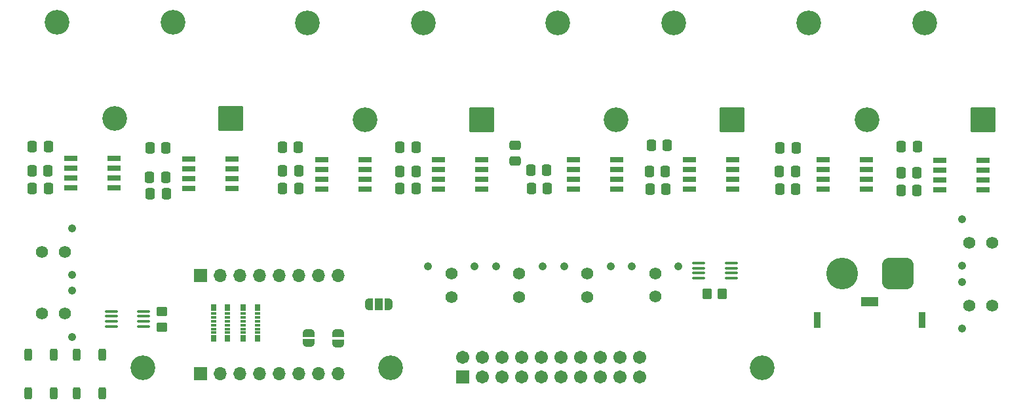
<source format=gbr>
%TF.GenerationSoftware,KiCad,Pcbnew,8.0.3*%
%TF.CreationDate,2025-06-03T03:43:46-07:00*%
%TF.ProjectId,Power_Distribution,506f7765-725f-4446-9973-747269627574,rev?*%
%TF.SameCoordinates,Original*%
%TF.FileFunction,Soldermask,Top*%
%TF.FilePolarity,Negative*%
%FSLAX46Y46*%
G04 Gerber Fmt 4.6, Leading zero omitted, Abs format (unit mm)*
G04 Created by KiCad (PCBNEW 8.0.3) date 2025-06-03 03:43:46*
%MOMM*%
%LPD*%
G01*
G04 APERTURE LIST*
G04 Aperture macros list*
%AMRoundRect*
0 Rectangle with rounded corners*
0 $1 Rounding radius*
0 $2 $3 $4 $5 $6 $7 $8 $9 X,Y pos of 4 corners*
0 Add a 4 corners polygon primitive as box body*
4,1,4,$2,$3,$4,$5,$6,$7,$8,$9,$2,$3,0*
0 Add four circle primitives for the rounded corners*
1,1,$1+$1,$2,$3*
1,1,$1+$1,$4,$5*
1,1,$1+$1,$6,$7*
1,1,$1+$1,$8,$9*
0 Add four rect primitives between the rounded corners*
20,1,$1+$1,$2,$3,$4,$5,0*
20,1,$1+$1,$4,$5,$6,$7,0*
20,1,$1+$1,$6,$7,$8,$9,0*
20,1,$1+$1,$8,$9,$2,$3,0*%
%AMFreePoly0*
4,1,19,0.500000,-0.750000,0.000000,-0.750000,0.000000,-0.744911,-0.071157,-0.744911,-0.207708,-0.704816,-0.327430,-0.627875,-0.420627,-0.520320,-0.479746,-0.390866,-0.500000,-0.250000,-0.500000,0.250000,-0.479746,0.390866,-0.420627,0.520320,-0.327430,0.627875,-0.207708,0.704816,-0.071157,0.744911,0.000000,0.744911,0.000000,0.750000,0.500000,0.750000,0.500000,-0.750000,0.500000,-0.750000,
$1*%
%AMFreePoly1*
4,1,19,0.000000,0.744911,0.071157,0.744911,0.207708,0.704816,0.327430,0.627875,0.420627,0.520320,0.479746,0.390866,0.500000,0.250000,0.500000,-0.250000,0.479746,-0.390866,0.420627,-0.520320,0.327430,-0.627875,0.207708,-0.704816,0.071157,-0.744911,0.000000,-0.744911,0.000000,-0.750000,-0.500000,-0.750000,-0.500000,0.750000,0.000000,0.750000,0.000000,0.744911,0.000000,0.744911,
$1*%
%AMFreePoly2*
4,1,19,0.550000,-0.750000,0.000000,-0.750000,0.000000,-0.744911,-0.071157,-0.744911,-0.207708,-0.704816,-0.327430,-0.627875,-0.420627,-0.520320,-0.479746,-0.390866,-0.500000,-0.250000,-0.500000,0.250000,-0.479746,0.390866,-0.420627,0.520320,-0.327430,0.627875,-0.207708,0.704816,-0.071157,0.744911,0.000000,0.744911,0.000000,0.750000,0.550000,0.750000,0.550000,-0.750000,0.550000,-0.750000,
$1*%
%AMFreePoly3*
4,1,19,0.000000,0.744911,0.071157,0.744911,0.207708,0.704816,0.327430,0.627875,0.420627,0.520320,0.479746,0.390866,0.500000,0.250000,0.500000,-0.250000,0.479746,-0.390866,0.420627,-0.520320,0.327430,-0.627875,0.207708,-0.704816,0.071157,-0.744911,0.000000,-0.744911,0.000000,-0.750000,-0.550000,-0.750000,-0.550000,0.750000,0.000000,0.750000,0.000000,0.744911,0.000000,0.744911,
$1*%
G04 Aperture macros list end*
%ADD10C,3.200000*%
%ADD11R,1.750000X0.650000*%
%ADD12RoundRect,0.250000X0.337500X0.475000X-0.337500X0.475000X-0.337500X-0.475000X0.337500X-0.475000X0*%
%ADD13RoundRect,0.250000X-0.450000X0.350000X-0.450000X-0.350000X0.450000X-0.350000X0.450000X0.350000X0*%
%ADD14FreePoly0,90.000000*%
%ADD15FreePoly1,90.000000*%
%ADD16R,0.900000X2.000000*%
%ADD17RoundRect,1.025000X1.025000X1.025000X-1.025000X1.025000X-1.025000X-1.025000X1.025000X-1.025000X0*%
%ADD18C,4.100000*%
%ADD19R,2.300000X1.300000*%
%ADD20RoundRect,0.100000X-0.712500X-0.100000X0.712500X-0.100000X0.712500X0.100000X-0.712500X0.100000X0*%
%ADD21RoundRect,0.102000X1.500000X1.500000X-1.500000X1.500000X-1.500000X-1.500000X1.500000X-1.500000X0*%
%ADD22C,3.204000*%
%ADD23RoundRect,0.102000X-0.754000X-0.754000X0.754000X-0.754000X0.754000X0.754000X-0.754000X0.754000X0*%
%ADD24C,1.712000*%
%ADD25RoundRect,0.250000X-0.475000X0.337500X-0.475000X-0.337500X0.475000X-0.337500X0.475000X0.337500X0*%
%ADD26C,1.066800*%
%ADD27C,1.574800*%
%ADD28RoundRect,0.250000X0.250000X-0.550000X0.250000X0.550000X-0.250000X0.550000X-0.250000X-0.550000X0*%
%ADD29R,0.787400X0.863600*%
%ADD30R,0.787400X0.355600*%
%ADD31R,1.700000X1.700000*%
%ADD32O,1.700000X1.700000*%
%ADD33RoundRect,0.250000X0.350000X0.450000X-0.350000X0.450000X-0.350000X-0.450000X0.350000X-0.450000X0*%
%ADD34FreePoly2,0.000000*%
%ADD35R,1.000000X1.500000*%
%ADD36FreePoly3,0.000000*%
G04 APERTURE END LIST*
D10*
%TO.C,H4*%
X177840000Y-107540000D03*
%TD*%
%TO.C,H3*%
X129840000Y-107540000D03*
%TD*%
%TO.C,H2*%
X97840000Y-107540000D03*
%TD*%
D11*
%TO.C,IC5*%
X141669200Y-84429600D03*
X141669200Y-83159600D03*
X141669200Y-81889600D03*
X141669200Y-80619600D03*
X136069200Y-80619600D03*
X136069200Y-81889600D03*
X136069200Y-83159600D03*
X136069200Y-84429600D03*
%TD*%
D12*
%TO.C,Cf1*%
X197887500Y-82346800D03*
X195812500Y-82346800D03*
%TD*%
D11*
%TO.C,IC7*%
X109372400Y-84378800D03*
X109372400Y-83108800D03*
X109372400Y-81838800D03*
X109372400Y-80568800D03*
X103772400Y-80568800D03*
X103772400Y-81838800D03*
X103772400Y-83108800D03*
X103772400Y-84378800D03*
%TD*%
D13*
%TO.C,R1*%
X100320000Y-100310000D03*
X100320000Y-102310000D03*
%TD*%
D14*
%TO.C,JP2*%
X123090000Y-104420000D03*
D15*
X123090000Y-103120000D03*
%TD*%
D12*
%TO.C,Cf3*%
X117979100Y-82092800D03*
X115904100Y-82092800D03*
%TD*%
D16*
%TO.C,J4*%
X198520000Y-101380000D03*
X185020000Y-101380000D03*
D17*
X195370000Y-95380000D03*
D18*
X188170000Y-95380000D03*
D19*
X191770000Y-99030000D03*
%TD*%
D12*
%TO.C,Cf8*%
X85619500Y-82092800D03*
X83544500Y-82092800D03*
%TD*%
D20*
%TO.C,U2*%
X169675000Y-94020000D03*
X169675000Y-94670000D03*
X169675000Y-95320000D03*
X169675000Y-95970000D03*
X173900000Y-95970000D03*
X173900000Y-95320000D03*
X173900000Y-94670000D03*
X173900000Y-94020000D03*
%TD*%
D21*
%TO.C,J6*%
X206396000Y-75492000D03*
D22*
X198896000Y-62992000D03*
X191396000Y-75492000D03*
X183896000Y-62992000D03*
%TD*%
D12*
%TO.C,Cb6*%
X165447800Y-84480400D03*
X163372800Y-84480400D03*
%TD*%
D23*
%TO.C,J18*%
X139190000Y-108750000D03*
D24*
X139190000Y-106210000D03*
X141730000Y-108750000D03*
X141730000Y-106210000D03*
X144270000Y-108750000D03*
X144270000Y-106210000D03*
X146810000Y-108750000D03*
X146810000Y-106210000D03*
X149350000Y-108750000D03*
X149350000Y-106210000D03*
X151890000Y-108750000D03*
X151890000Y-106210000D03*
X154430000Y-108750000D03*
X154430000Y-106210000D03*
X156970000Y-108750000D03*
X156970000Y-106210000D03*
X159510000Y-108750000D03*
X159510000Y-106210000D03*
X162050000Y-108750000D03*
X162050000Y-106210000D03*
%TD*%
D12*
%TO.C,Cf11*%
X165617500Y-78790000D03*
X163542500Y-78790000D03*
%TD*%
D25*
%TO.C,Cf12*%
X146000000Y-78762500D03*
X146000000Y-80837500D03*
%TD*%
D12*
%TO.C,Cb2*%
X182211800Y-84429600D03*
X180136800Y-84429600D03*
%TD*%
%TO.C,Cb1*%
X197887500Y-84632800D03*
X195812500Y-84632800D03*
%TD*%
%TO.C,Cf7*%
X150033900Y-82042000D03*
X147958900Y-82042000D03*
%TD*%
D26*
%TO.C,J15*%
X161059998Y-94449999D03*
X167060002Y-94449999D03*
D27*
X164060000Y-98389999D03*
X164060000Y-95390000D03*
%TD*%
D11*
%TO.C,IC6*%
X126581600Y-84429600D03*
X126581600Y-83159600D03*
X126581600Y-81889600D03*
X126581600Y-80619600D03*
X120981600Y-80619600D03*
X120981600Y-81889600D03*
X120981600Y-83159600D03*
X120981600Y-84429600D03*
%TD*%
D26*
%TO.C,J10*%
X88740000Y-89549998D03*
X88740000Y-95550002D03*
D27*
X84800000Y-92550000D03*
X87799999Y-92550000D03*
%TD*%
D11*
%TO.C,IC4*%
X159054800Y-84480400D03*
X159054800Y-83210400D03*
X159054800Y-81940400D03*
X159054800Y-80670400D03*
X153454800Y-80670400D03*
X153454800Y-81940400D03*
X153454800Y-83210400D03*
X153454800Y-84480400D03*
%TD*%
D12*
%TO.C,Cb7*%
X150135500Y-84378800D03*
X148060500Y-84378800D03*
%TD*%
D14*
%TO.C,JP1*%
X119260000Y-104400000D03*
D15*
X119260000Y-103100000D03*
%TD*%
D12*
%TO.C,Cf14*%
X117962500Y-79025000D03*
X115887500Y-79025000D03*
%TD*%
%TO.C,Cf2*%
X182190300Y-82194400D03*
X180115300Y-82194400D03*
%TD*%
D28*
%TO.C,LED1*%
X83060000Y-110850000D03*
X86360000Y-110850000D03*
X83060000Y-105850000D03*
X86360000Y-105850000D03*
%TD*%
D29*
%TO.C,R3*%
X107000000Y-99820000D03*
D30*
X107000000Y-100567522D03*
X107000000Y-101061044D03*
X107000000Y-101554566D03*
X107000000Y-102048088D03*
X107000000Y-102541610D03*
X107000000Y-103035132D03*
D29*
X107000000Y-103782400D03*
X108828800Y-103782400D03*
D30*
X108828800Y-103035132D03*
X108828800Y-102541610D03*
X108828800Y-102048088D03*
X108828800Y-101554566D03*
X108828800Y-101061044D03*
X108828800Y-100567522D03*
D29*
X108828800Y-99820000D03*
%TD*%
D21*
%TO.C,J2*%
X141612000Y-75492000D03*
D22*
X134112000Y-62992000D03*
X126612000Y-75492000D03*
X119112000Y-62992000D03*
%TD*%
D26*
%TO.C,J17*%
X203679999Y-94380002D03*
X203679999Y-88379998D03*
D27*
X207619999Y-91380000D03*
X204620000Y-91380000D03*
%TD*%
D12*
%TO.C,Cf13*%
X133137500Y-79075000D03*
X131062500Y-79075000D03*
%TD*%
D26*
%TO.C,J16*%
X203679999Y-102510002D03*
X203679999Y-96509998D03*
D27*
X207619999Y-99510000D03*
X204620000Y-99510000D03*
%TD*%
D31*
%TO.C,J9*%
X105290000Y-95632000D03*
D32*
X107830000Y-95632000D03*
X110370000Y-95632000D03*
X112910000Y-95632000D03*
X115450000Y-95632000D03*
X117990000Y-95632000D03*
X120530000Y-95632000D03*
X123070000Y-95632000D03*
%TD*%
D28*
%TO.C,LED2*%
X89290000Y-110850000D03*
X92590000Y-110850000D03*
X89290000Y-105850000D03*
X92590000Y-105850000D03*
%TD*%
D12*
%TO.C,Cf10*%
X182270000Y-79140000D03*
X180195000Y-79140000D03*
%TD*%
%TO.C,Cb8*%
X85641000Y-84378800D03*
X83566000Y-84378800D03*
%TD*%
D20*
%TO.C,U1*%
X93767500Y-100260000D03*
X93767500Y-100910000D03*
X93767500Y-101560000D03*
X93767500Y-102210000D03*
X97992500Y-102210000D03*
X97992500Y-101560000D03*
X97992500Y-100910000D03*
X97992500Y-100260000D03*
%TD*%
D12*
%TO.C,Cb5*%
X133139000Y-84378800D03*
X131064000Y-84378800D03*
%TD*%
D11*
%TO.C,IC2*%
X191351600Y-84480400D03*
X191351600Y-83210400D03*
X191351600Y-81940400D03*
X191351600Y-80670400D03*
X185751600Y-80670400D03*
X185751600Y-81940400D03*
X185751600Y-83210400D03*
X185751600Y-84480400D03*
%TD*%
D12*
%TO.C,Cf4*%
X100808700Y-82905600D03*
X98733700Y-82905600D03*
%TD*%
%TO.C,Cf15*%
X100837500Y-79125000D03*
X98762500Y-79125000D03*
%TD*%
D11*
%TO.C,IC1*%
X206451200Y-84582000D03*
X206451200Y-83312000D03*
X206451200Y-82042000D03*
X206451200Y-80772000D03*
X200851200Y-80772000D03*
X200851200Y-82042000D03*
X200851200Y-83312000D03*
X200851200Y-84582000D03*
%TD*%
D12*
%TO.C,Cf16*%
X85637500Y-79000000D03*
X83562500Y-79000000D03*
%TD*%
D26*
%TO.C,J14*%
X152284398Y-94459999D03*
X158284402Y-94459999D03*
D27*
X155284400Y-98399999D03*
X155284400Y-95400000D03*
%TD*%
D21*
%TO.C,J1*%
X173985600Y-75492000D03*
D22*
X166485600Y-62992000D03*
X158985600Y-75492000D03*
X151485600Y-62992000D03*
%TD*%
D26*
%TO.C,J11*%
X88740000Y-97589998D03*
X88740000Y-103590002D03*
D27*
X84800000Y-100590000D03*
X87799999Y-100590000D03*
%TD*%
D33*
%TO.C,R2*%
X172750000Y-97980000D03*
X170750000Y-97980000D03*
%TD*%
D12*
%TO.C,Cf9*%
X197920000Y-79000000D03*
X195845000Y-79000000D03*
%TD*%
D11*
%TO.C,IC8*%
X94171200Y-84328000D03*
X94171200Y-83058000D03*
X94171200Y-81788000D03*
X94171200Y-80518000D03*
X88571200Y-80518000D03*
X88571200Y-81788000D03*
X88571200Y-83058000D03*
X88571200Y-84328000D03*
%TD*%
D12*
%TO.C,Cb3*%
X117979100Y-84378800D03*
X115904100Y-84378800D03*
%TD*%
D34*
%TO.C,JP3*%
X127050000Y-99380000D03*
D35*
X128350000Y-99380000D03*
D36*
X129650000Y-99380000D03*
%TD*%
D29*
%TO.C,R4*%
X110850000Y-99820000D03*
D30*
X110850000Y-100567522D03*
X110850000Y-101061044D03*
X110850000Y-101554566D03*
X110850000Y-102048088D03*
X110850000Y-102541610D03*
X110850000Y-103035132D03*
D29*
X110850000Y-103782400D03*
X112678800Y-103782400D03*
D30*
X112678800Y-103035132D03*
X112678800Y-102541610D03*
X112678800Y-102048088D03*
X112678800Y-101554566D03*
X112678800Y-101061044D03*
X112678800Y-100567522D03*
D29*
X112678800Y-99820000D03*
%TD*%
D11*
%TO.C,IC3*%
X174040800Y-84480400D03*
X174040800Y-83210400D03*
X174040800Y-81940400D03*
X174040800Y-80670400D03*
X168440800Y-80670400D03*
X168440800Y-81940400D03*
X168440800Y-83210400D03*
X168440800Y-84480400D03*
%TD*%
D12*
%TO.C,Cb4*%
X100881000Y-85039200D03*
X98806000Y-85039200D03*
%TD*%
%TO.C,Cf5*%
X133139000Y-82143600D03*
X131064000Y-82143600D03*
%TD*%
D26*
%TO.C,J13*%
X143508798Y-94459999D03*
X149508802Y-94459999D03*
D27*
X146508800Y-98399999D03*
X146508800Y-95400000D03*
%TD*%
D26*
%TO.C,J12*%
X134733198Y-94459999D03*
X140733202Y-94459999D03*
D27*
X137733200Y-98399999D03*
X137733200Y-95400000D03*
%TD*%
D21*
%TO.C,J7*%
X109252400Y-75339600D03*
D22*
X101752400Y-62839600D03*
X94252400Y-75339600D03*
X86752400Y-62839600D03*
%TD*%
D12*
%TO.C,Cf6*%
X165375500Y-82143600D03*
X163300500Y-82143600D03*
%TD*%
D31*
%TO.C,J3*%
X105290000Y-108332000D03*
D32*
X107830000Y-108332000D03*
X110370000Y-108332000D03*
X112910000Y-108332000D03*
X115450000Y-108332000D03*
X117990000Y-108332000D03*
X120530000Y-108332000D03*
X123070000Y-108332000D03*
%TD*%
M02*

</source>
